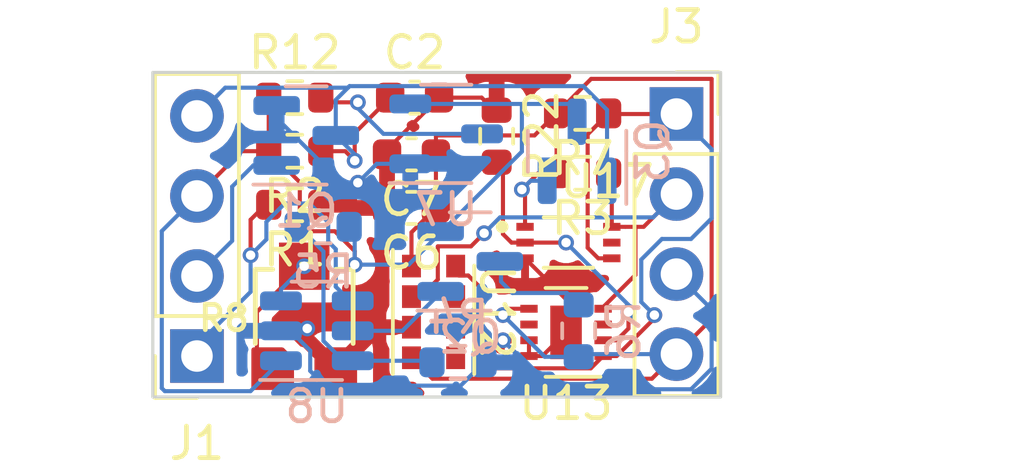
<source format=kicad_pcb>
(kicad_pcb (version 20221018) (generator pcbnew)
  (layers (0 "F.Cu" signal) (31 "B.Cu" signal) (34 "B.Paste" user) (35 "F.Paste" user) (36 "B.SilkS" user "B.Silkscreen") (37 "F.SilkS" user "F.Silkscreen") (38 "B.Mask" user) (39 "F.Mask" user) (44 "Edge.Cuts" user))
  (net 0 "")
  (net 1 "iout")
  (net 2 "GND")
  (net 3 "DRIVE")
  (net 4 "SDA-")
  (net 5 "SCL-")
  (net 6 "Net-(U8-EN{slash}ONE_SHOT)")
  (net 7 "+3.3V")
  (net 8 "Net-(Q2-G)")
  (net 9 "GPIO_GND")
  (net 10 "GPIO")
  (net 11 "Net-(Q2-D)")
  (net 12 "DONE")
  (net 13 "Net-(U13-ADDR)")
  (net 15 "Net-(U12-LDR)")
  (net 19 "Net-(U8-DELAY{slash}M_DRV)")
  (footprint "Capacitor_SMD:C_0603_1608Metric" (layer "F.Cu") (at 164.1 90)
    (fp_text reference "C2" (at 0 -1.43) (layer "F.SilkS"))
    (fp_text value "C")
    (fp_line (start -0.14058 -0.51) (end 0.14058 -0.51) (stroke (width 0.12)) (layer "F.SilkS"))
    (fp_line (start -0.14058 0.51) (end 0.14058 0.51) (stroke (width 0.12)) (layer "F.SilkS"))
    (pad "1" smd roundrect (at -0.775 0) (size 0.9 0.95) (layers "F.Cu" "F.Paste" "F.Mask") (net 9 "GPIO_GND"))
    (pad "2" smd roundrect (at 0.775 0) (size 0.9 0.95) (layers "F.Cu" "F.Paste" "F.Mask") (net 2 "GND"))
  )
  (footprint "Connector_PinSocket_2.54mm:PinSocket_1x04_P2.54mm_Vertical" (layer "F.Cu") (at 172.4 90.52)
    (fp_text reference "J3" (at 0 -2.77) (layer "F.SilkS"))
    (fp_text value "Conn_01x04_Pin")
    (fp_line (start -1.33 1.27) (end -1.33 8.95) (stroke (width 0.12)) (layer "F.SilkS"))
    (fp_line (start -1.33 1.27) (end 1.33 1.27) (stroke (width 0.12)) (layer "F.SilkS"))
    (fp_line (start -1.33 8.95) (end 1.33 8.95) (stroke (width 0.12)) (layer "F.SilkS"))
    (fp_line (start 0 -1.33) (end 1.33 -1.33) (stroke (width 0.12)) (layer "F.SilkS"))
    (fp_line (start 1.33 -1.33) (end 1.33 0) (stroke (width 0.12)) (layer "F.SilkS"))
    (fp_line (start 1.33 1.27) (end 1.33 8.95) (stroke (width 0.12)) (layer "F.SilkS"))
    (pad "1" thru_hole rect (at 0 0) (size 1.7 1.7) (drill 1) (layers "*.Cu" "*.Mask") (net 4 "SDA-"))
    (pad "2" thru_hole oval (at 0 2.54) (size 1.7 1.7) (drill 1) (layers "*.Cu" "*.Mask") (net 5 "SCL-"))
    (pad "3" thru_hole oval (at 0 5.08) (size 1.7 1.7) (drill 1) (layers "*.Cu" "*.Mask") (net 2 "GND"))
    (pad "4" thru_hole oval (at 0 7.62) (size 1.7 1.7) (drill 1) (layers "*.Cu" "*.Mask") (net 7 "+3.3V"))
  )
  (footprint "Resistor_SMD:R_0603_1608Metric" (layer "F.Cu") (at 160.3 93.4 180)
    (fp_text reference "R1" (at 0 -1.43) (layer "F.SilkS"))
    (fp_text value "R")
    (fp_line (start -0.237258 -0.5225) (end 0.237258 -0.5225) (stroke (width 0.12)) (layer "F.SilkS"))
    (fp_line (start -0.237258 0.5225) (end 0.237258 0.5225) (stroke (width 0.12)) (layer "F.SilkS"))
    (pad "1" smd roundrect (at -0.825 0 180) (size 0.8 0.95) (layers "F.Cu" "F.Paste" "F.Mask") (net 2 "GND"))
    (pad "2" smd roundrect (at 0.825 0 180) (size 0.8 0.95) (layers "F.Cu" "F.Paste" "F.Mask") (net 12 "DONE"))
  )
  (footprint "BH1750:XDCR_BH1750FVI-TR" (layer "F.Cu") (at 168.975 94.6)
    (fp_text reference "U17" (at 1.226565 -1.937485) (layer "F.SilkS") (effects (font (size 1.001283 1.001283))))
    (fp_text value "BH1750FVI-TR")
    (fp_line (start -0.78 0.8) (end 0.78 0.8) (stroke (width 0.127)) (layer "F.SilkS"))
    (fp_line (start 0.78 -0.8) (end -0.78 -0.8) (stroke (width 0.127)) (layer "F.SilkS"))
    (fp_circle (center -2.1 -0.5) (end -2 -0.5) (stroke (width 0.2)) (fill none) (layer "F.SilkS"))
    (pad "1" smd rect (at -1.375 -0.5) (size 0.55 0.25) (layers "F.Cu" "F.Paste" "F.Mask") (net 7 "+3.3V"))
    (pad "2" smd rect (at -1.375 0) (size 0.55 0.25) (layers "F.Cu" "F.Paste" "F.Mask") (net 13 "Net-(U13-ADDR)"))
    (pad "3" smd rect (at -1.375 0.5) (size 0.55 0.25) (layers "F.Cu" "F.Paste" "F.Mask") (net 2 "GND"))
    (pad "4" smd rect (at 1.375 0.5) (size 0.55 0.25) (layers "F.Cu" "F.Paste" "F.Mask") (net 4 "SDA-"))
    (pad "5" smd rect (at 1.375 0) (size 0.55 0.25) (layers "F.Cu" "F.Paste" "F.Mask"))
    (pad "6" smd rect (at 1.375 -0.5) (size 0.55 0.25) (layers "F.Cu" "F.Paste" "F.Mask") (net 5 "SCL-"))
  )
  (footprint "Resistor_SMD:R_0603_1608Metric" (layer "F.Cu") (at 166.7 91.225 -90)
    (fp_text reference "R22" (at 0 -1.43 90) (layer "F.SilkS"))
    (fp_text value "0K")
    (fp_line (start -0.237258 -0.5225) (end 0.237258 -0.5225) (stroke (width 0.12)) (layer "F.SilkS"))
    (fp_line (start -0.237258 0.5225) (end 0.237258 0.5225) (stroke (width 0.12)) (layer "F.SilkS"))
    (pad "1" smd roundrect (at -0.825 0 270) (size 0.8 0.95) (layers "F.Cu" "F.Paste" "F.Mask") (net 2 "GND"))
    (pad "2" smd roundrect (at 0.825 0 270) (size 0.8 0.95) (layers "F.Cu" "F.Paste" "F.Mask") (net 13 "Net-(U13-ADDR)"))
  )
  (footprint "Sensor_Humidity:Sensirion_DFN-8-1EP_2.5x2.5mm_P0.5mm_EP1.1x1.7mm" (layer "F.Cu") (at 168.9 97.45 180)
    (fp_text reference "U13" (at 0 -2.25) (layer "F.SilkS"))
    (fp_text value "SHT31-DIS")
    (fp_line (start -1.09 -1.41) (end 0.65 -1.41) (stroke (width 0.12)) (layer "F.SilkS"))
    (fp_line (start -0.65 1.41) (end 0.65 1.41) (stroke (width 0.12)) (layer "F.SilkS"))
    (pad "1" smd rect (at -1.175 -0.75 180) (size 0.55 0.25) (layers "F.Cu" "F.Paste" "F.Mask") (net 4 "SDA-"))
    (pad "2" smd rect (at -1.175 -0.25 180) (size 0.55 0.25) (layers "F.Cu" "F.Paste" "F.Mask") (net 13 "Net-(U13-ADDR)"))
    (pad "3" smd rect (at -1.175 0.25 180) (size 0.55 0.25) (layers "F.Cu" "F.Paste" "F.Mask"))
    (pad "4" smd rect (at -1.175 0.75) (size 0.55 0.25) (layers "F.Cu" "F.Paste" "F.Mask") (net 5 "SCL-"))
    (pad "5" smd rect (at 1.175 0.75 180) (size 0.55 0.25) (layers "F.Cu" "F.Paste" "F.Mask") (net 7 "+3.3V"))
    (pad "6" smd rect (at 1.175 0.25 180) (size 0.55 0.25) (layers "F.Cu" "F.Paste" "F.Mask"))
    (pad "7" smd rect (at 1.175 -0.25 180) (size 0.55 0.25) (layers "F.Cu" "F.Paste" "F.Mask") (net 2 "GND"))
    (pad "8" smd rect (at 1.175 -0.75 180) (size 0.55 0.25) (layers "F.Cu" "F.Paste" "F.Mask") (net 2 "GND"))
    (pad "9" smd custom (at 0 0 180) (size 1 1) (layers "F.Cu" "F.Mask") (net 2 "GND") (options (clearance outline) (anchor circle)) (primitives (gr_poly (pts (xy 0.5 0.85) (xy -0.5 0.85) (xy -0.5 -0.55) (xy -0.2 -0.85) (xy 0.5 -0.85)) (width 0) (fill yes))))
  )
  (footprint "EVM3ES:EMV3ESX50B12" (layer "F.Cu") (at 160.6 97)
    (fp_text reference "R8" (at -2.544275 0 180) (layer "F.SilkS") (effects (font (size 0.801346 0.801346))))
    (fp_text value "EVM3ESX50B12")
    (fp_line (start -1.55 -1.55) (end -1.55 0.8) (stroke (width 0.1524)) (layer "F.SilkS"))
    (fp_line (start -1 -1.55) (end -1.55 -1.55) (stroke (width 0.1524)) (layer "F.SilkS"))
    (fp_line (start 1 -1.55) (end 1.55 -1.55) (stroke (width 0.1524)) (layer "F.SilkS"))
    (fp_line (start 1.55 -1.55) (end 1.55 0.8) (stroke (width 0.1524)) (layer "F.SilkS"))
    (pad "1" smd custom (at -1 1.6) (size 0.8 0.8) (layers "F.Cu") (net 19 "Net-(U8-DELAY{slash}M_DRV)") (options (clearance outline) (anchor rect)) (primitives (gr_poly (pts (xy -0.6 -0.6) (xy 0.3 -0.6) (xy 0.6 -0.3) (xy 0.6 0.6) (xy -0.6 0.6)) (width 0.1524) (fill yes))))
    (pad "2" smd rect (at 0 -1.65) (size 1.6 1.5) (layers "F.Cu" "F.Paste" "F.Mask") (net 19 "Net-(U8-DELAY{slash}M_DRV)"))
    (pad "3" smd custom (at 1 1.6) (size 0.8 0.8) (layers "F.Cu") (net 2 "GND") (options (clearance outline) (anchor rect)) (primitives (gr_poly (pts (xy -0.6 -0.3) (xy -0.3 -0.6) (xy 0.6 -0.6) (xy 0.6 0.6) (xy -0.6 0.6)) (width 0.1524) (fill yes))))
  )
  (footprint "Capacitor_SMD:C_0603_1608Metric" (layer "F.Cu") (at 164 93.5 180)
    (fp_text reference "C6" (at 0 -1.43) (layer "F.SilkS"))
    (fp_text value "C")
    (fp_line (start -0.14058 -0.51) (end 0.14058 -0.51) (stroke (width 0.12)) (layer "F.SilkS"))
    (fp_line (start -0.14058 0.51) (end 0.14058 0.51) (stroke (width 0.12)) (layer "F.SilkS"))
    (pad "1" smd roundrect (at -0.775 0 180) (size 0.9 0.95) (layers "F.Cu" "F.Paste" "F.Mask") (net 7 "+3.3V"))
    (pad "2" smd roundrect (at 0.775 0 180) (size 0.9 0.95) (layers "F.Cu" "F.Paste" "F.Mask") (net 2 "GND"))
  )
  (footprint "Capacitor_SMD:C_0603_1608Metric" (layer "F.Cu") (at 164 91.8 180)
    (fp_text reference "C7" (at 0 -1.43) (layer "F.SilkS"))
    (fp_text value "C")
    (fp_line (start -0.14058 -0.51) (end 0.14058 -0.51) (stroke (width 0.12)) (layer "F.SilkS"))
    (fp_line (start -0.14058 0.51) (end 0.14058 0.51) (stroke (width 0.12)) (layer "F.SilkS"))
    (pad "1" smd roundrect (at -0.775 0 180) (size 0.9 0.95) (layers "F.Cu" "F.Paste" "F.Mask") (net 7 "+3.3V"))
    (pad "2" smd roundrect (at 0.775 0 180) (size 0.9 0.95) (layers "F.Cu" "F.Paste" "F.Mask") (net 2 "GND"))
  )
  (footprint "Sensor:Avago_APDS-9960" (layer "F.Cu") (at 164.7 96.8 -90)
    (fp_text reference "U12" (at 0 -2 -90 unlocked) (layer "F.SilkS"))
    (fp_text value "APDS-9960")
    (fp_line (start -1.97 1.29) (end 1.97 1.29) (stroke (width 0.12)) (layer "F.SilkS"))
    (fp_line (start 1.97 -1.29) (end -1.47 -1.29) (stroke (width 0.12)) (layer "F.SilkS"))
    (pad "1" smd rect (at -1.455 -0.7 270) (size 0.72 0.6) (layers "F.Cu" "F.Paste" "F.Mask") (net 4 "SDA-"))
    (pad "2" smd rect (at -0.485 -0.7 270) (size 0.72 0.6) (layers "F.Cu" "F.Paste" "F.Mask"))
    (pad "3" smd rect (at 0.485 -0.7 270) (size 0.72 0.6) (layers "F.Cu" "F.Paste" "F.Mask") (net 15 "Net-(U12-LDR)"))
    (pad "4" smd rect (at 1.455 -0.7 270) (size 0.72 0.6) (layers "F.Cu" "F.Paste" "F.Mask") (net 15 "Net-(U12-LDR)"))
    (pad "5" smd rect (at 1.455 0.7 270) (size 0.72 0.6) (layers "F.Cu" "F.Paste" "F.Mask") (net 7 "+3.3V"))
    (pad "6" smd rect (at 0.485 0.7 270) (size 0.72 0.6) (layers "F.Cu" "F.Paste" "F.Mask") (net 2 "GND"))
    (pad "7" smd rect (at -0.485 0.7 270) (size 0.72 0.6) (layers "F.Cu" "F.Paste" "F.Mask") (net 5 "SCL-"))
    (pad "8" smd rect (at -1.455 0.7 270) (size 0.72 0.6) (layers "F.Cu" "F.Paste" "F.Mask") (net 7 "+3.3V"))
  )
  (footprint "Resistor_SMD:R_0603_1608Metric" (layer "F.Cu") (at 169.425 90.5 180)
    (fp_text reference "R7" (at 0 -1.43) (layer "F.SilkS"))
    (fp_text value "R")
    (fp_line (start -0.237258 -0.5225) (end 0.237258 -0.5225) (stroke (width 0.12)) (layer "F.SilkS"))
    (fp_line (start -0.237258 0.5225) (end 0.237258 0.5225) (stroke (width 0.12)) (layer "F.SilkS"))
    (pad "1" smd roundrect (at -0.825 0 180) (size 0.8 0.95) (layers "F.Cu" "F.Paste" "F.Mask") (net 4 "SDA-"))
    (pad "2" smd roundrect (at 0.825 0 180) (size 0.8 0.95) (layers "F.Cu" "F.Paste" "F.Mask") (net 7 "+3.3V"))
  )
  (footprint "Resistor_SMD:R_0603_1608Metric" (layer "F.Cu") (at 160.3 91.7 180)
    (fp_text reference "R2" (at 0 -1.43) (layer "F.SilkS"))
    (fp_text value "R")
    (fp_line (start -0.237258 -0.5225) (end 0.237258 -0.5225) (stroke (width 0.12)) (layer "F.SilkS"))
    (fp_line (start -0.237258 0.5225) (end 0.237258 0.5225) (stroke (width 0.12)) (layer "F.SilkS"))
    (pad "1" smd roundrect (at -0.825 0 180) (size 0.8 0.95) (layers "F.Cu" "F.Paste" "F.Mask") (net 9 "GPIO_GND"))
    (pad "2" smd roundrect (at 0.825 0 180) (size 0.8 0.95) (layers "F.Cu" "F.Paste" "F.Mask") (net 10 "GPIO"))
  )
  (footprint "Resistor_SMD:R_0603_1608Metric" (layer "F.Cu") (at 169.425 92.4 180)
    (fp_text reference "R3" (at 0 -1.43) (layer "F.SilkS"))
    (fp_text value "R")
    (fp_line (start -0.237258 -0.5225) (end 0.237258 -0.5225) (stroke (width 0.12)) (layer "F.SilkS"))
    (fp_line (start -0.237258 0.5225) (end 0.237258 0.5225) (stroke (width 0.12)) (layer "F.SilkS"))
    (pad "1" smd roundrect (at -0.825 0 180) (size 0.8 0.95) (layers "F.Cu" "F.Paste" "F.Mask") (net 5 "SCL-"))
    (pad "2" smd roundrect (at 0.825 0 180) (size 0.8 0.95) (layers "F.Cu" "F.Paste" "F.Mask") (net 7 "+3.3V"))
  )
  (footprint "Connector_PinSocket_2.54mm:PinSocket_1x04_P2.54mm_Vertical" (layer "F.Cu") (at 157.2 98.2 180)
    (fp_text reference "J1" (at 0 -2.77) (layer "F.SilkS"))
    (fp_text value "Conn_01x04_Pin")
    (fp_line (start -1.33 1.27) (end -1.33 8.95) (stroke (width 0.12)) (layer "F.SilkS"))
    (fp_line (start -1.33 1.27) (end 1.33 1.27) (stroke (width 0.12)) (layer "F.SilkS"))
    (fp_line (start -1.33 8.95) (end 1.33 8.95) (stroke (width 0.12)) (layer "F.SilkS"))
    (fp_line (start 0 -1.33) (end 1.33 -1.33) (stroke (width 0.12)) (layer "F.SilkS"))
    (fp_line (start 1.33 -1.33) (end 1.33 0) (stroke (width 0.12)) (layer "F.SilkS"))
    (fp_line (start 1.33 1.27) (end 1.33 8.95) (stroke (width 0.12)) (layer "F.SilkS"))
    (pad "1" thru_hole rect (at 0 0 180) (size 1.7 1.7) (drill 1) (layers "*.Cu" "*.Mask") (net 12 "DONE"))
    (pad "2" thru_hole oval (at 0 2.54 180) (size 1.7 1.7) (drill 1) (layers "*.Cu" "*.Mask") (net 3 "DRIVE"))
    (pad "3" thru_hole oval (at 0 5.08 180) (size 1.7 1.7) (drill 1) (layers "*.Cu" "*.Mask") (net 10 "GPIO"))
    (pad "4" thru_hole oval (at 0 7.62 180) (size 1.7 1.7) (drill 1) (layers "*.Cu" "*.Mask") (net 9 "GPIO_GND"))
  )
  (footprint "Resistor_SMD:R_0603_1608Metric" (layer "F.Cu") (at 160.3 90)
    (fp_text reference "R12" (at 0 -1.43) (layer "F.SilkS"))
    (fp_text value "0K")
    (fp_line (start -0.237258 -0.5225) (end 0.237258 -0.5225) (stroke (width 0.12)) (layer "F.SilkS"))
    (fp_line (start -0.237258 0.5225) (end 0.237258 0.5225) (stroke (width 0.12)) (layer "F.SilkS"))
    (pad "1" smd roundrect (at -0.825 0) (size 0.8 0.95) (layers "F.Cu" "F.Paste" "F.Mask") (net 10 "GPIO"))
    (pad "2" smd roundrect (at 0.825 0) (size 0.8 0.95) (layers "F.Cu" "F.Paste" "F.Mask") (net 1 "iout"))
  )
  (footprint "Package_TO_SOT_SMD:SOT-23" (layer "B.Cu") (at 160.6625 91.2)
    (fp_text reference "Q1" (at 0 2.4) (layer "B.SilkS") (effects (justify mirror)))
    (fp_text value "BC818")
    (fp_line (start 0 -1.56) (end -0.65 -1.56) (stroke (width 0.12)) (layer "B.SilkS"))
    (fp_line (start 0 -1.56) (end 0.65 -1.56) (stroke (width 0.12)) (layer "B.SilkS"))
    (fp_line (start 0 1.56) (end -1.675 1.56) (stroke (width 0.12)) (layer "B.SilkS"))
    (fp_line (start 0 1.56) (end 0.65 1.56) (stroke (width 0.12)) (layer "B.SilkS"))
    (pad "1" smd roundrect (at -0.9375 0.95) (size 1.475 0.6) (layers "B.Cu" "B.Paste" "B.Mask") (net 3 "DRIVE"))
    (pad "2" smd roundrect (at -0.9375 -0.95) (size 1.475 0.6) (layers "B.Cu" "B.Paste" "B.Mask") (net 2 "GND"))
    (pad "3" smd roundrect (at 0.9375 0) (size 1.475 0.6) (layers "B.Cu" "B.Paste" "B.Mask") (net 9 "GPIO_GND"))
  )
  (footprint "Package_TO_SOT_SMD:SOT-23" (layer "B.Cu") (at 165.8625 95.2)
    (fp_text reference "Q2" (at 0 2.4) (layer "B.SilkS") (effects (justify mirror)))
    (fp_text value "Si2371EDS")
    (fp_line (start 0 -1.56) (end -0.65 -1.56) (stroke (width 0.12)) (layer "B.SilkS"))
    (fp_line (start 0 -1.56) (end 0.65 -1.56) (stroke (width 0.12)) (layer "B.SilkS"))
    (fp_line (start 0 1.56) (end -1.675 1.56) (stroke (width 0.12)) (layer "B.SilkS"))
    (fp_line (start 0 1.56) (end 0.65 1.56) (stroke (width 0.12)) (layer "B.SilkS"))
    (pad "1" smd roundrect (at -0.9375 0.95) (size 1.475 0.6) (layers "B.Cu" "B.Paste" "B.Mask") (net 8 "Net-(Q2-G)"))
    (pad "2" smd roundrect (at -0.9375 -0.95) (size 1.475 0.6) (layers "B.Cu" "B.Paste" "B.Mask") (net 10 "GPIO"))
    (pad "3" smd roundrect (at 0.9375 0) (size 1.475 0.6) (layers "B.Cu" "B.Paste" "B.Mask") (net 11 "Net-(Q2-D)"))
  )
  (footprint "Package_TO_SOT_SMD:SOT-23-3" (layer "B.Cu") (at 165.1 91.15)
    (fp_text reference "U7" (at 0 2.4) (layer "B.SilkS") (effects (justify mirror)))
    (fp_text value "XC6206PxxxMR")
    (fp_line (start 0 -1.56) (end -0.8 -1.56) (stroke (width 0.12)) (layer "B.SilkS"))
    (fp_line (start 0 -1.56) (end 0.8 -1.56) (stroke (width 0.12)) (layer "B.SilkS"))
    (fp_line (start 0 1.56) (end -1.8 1.56) (stroke (width 0.12)) (layer "B.SilkS"))
    (fp_line (start 0 1.56) (end 0.8 1.56) (stroke (width 0.12)) (layer "B.SilkS"))
    (pad "1" smd roundrect (at -1.1375 0.95) (size 1.325 0.6) (layers "B.Cu" "B.Paste" "B.Mask") (net 2 "GND"))
    (pad "2" smd roundrect (at -1.1375 -0.95) (size 1.325 0.6) (layers "B.Cu" "B.Paste" "B.Mask") (net 10 "GPIO"))
    (pad "3" smd roundrect (at 1.1375 0) (size 1.325 0.6) (layers "B.Cu" "B.Paste" "B.Mask") (net 1 "iout"))
  )
  (footprint "Resistor_SMD:R_0603_1608Metric" (layer "B.Cu") (at 165.475 98.4 180)
    (fp_text reference "R4" (at 0 1.43) (layer "B.SilkS") (effects (justify mirror)))
    (fp_text value "R")
    (fp_line (start -0.237258 -0.5225) (end 0.237258 -0.5225) (stroke (width 0.12)) (layer "B.SilkS"))
    (fp_line (start -0.237258 0.5225) (end 0.237258 0.5225) (stroke (width 0.12)) (layer "B.SilkS"))
    (pad "1" smd roundrect (at -0.825 0 180) (size 0.8 0.95) (layers "B.Cu" "B.Paste" "B.Mask") (net 2 "GND"))
    (pad "2" smd roundrect (at 0.825 0 180) (size 0.8 0.95) (layers "B.Cu" "B.Paste" "B.Mask") (net 6 "Net-(U8-EN{slash}ONE_SHOT)"))
  )
  (footprint "Resistor_SMD:R_0603_1608Metric" (layer "B.Cu") (at 161.2 94.1)
    (fp_text reference "R5" (at 0 1.43) (layer "B.SilkS") (effects (justify mirror)))
    (fp_text value "R")
    (fp_line (start -0.237258 -0.5225) (end 0.237258 -0.5225) (stroke (width 0.12)) (layer "B.SilkS"))
    (fp_line (start -0.237258 0.5225) (end 0.237258 0.5225) (stroke (width 0.12)) (layer "B.SilkS"))
    (pad "1" smd roundrect (at -0.825 0) (size 0.8 0.95) (layers "B.Cu" "B.Paste" "B.Mask") (net 6 "Net-(U8-EN{slash}ONE_SHOT)"))
    (pad "2" smd roundrect (at 0.825 0) (size 0.8 0.95) (layers "B.Cu" "B.Paste" "B.Mask") (net 10 "GPIO"))
  )
  (footprint "Resistor_SMD:R_0603_1608Metric" (layer "B.Cu") (at 169.3 97.4 90)
    (fp_text reference "R6" (at 0 1.43 90) (layer "B.SilkS") (effects (justify mirror)))
    (fp_text value "0K")
    (fp_line (start -0.237258 -0.5225) (end 0.237258 -0.5225) (stroke (width 0.12)) (layer "B.SilkS"))
    (fp_line (start -0.237258 0.5225) (end 0.237258 0.5225) (stroke (width 0.12)) (layer "B.SilkS"))
    (pad "1" smd roundrect (at -0.825 0 90) (size 0.8 0.95) (layers "B.Cu" "B.Paste" "B.Mask") (net 7 "+3.3V"))
    (pad "2" smd roundrect (at 0.825 0 90) (size 0.8 0.95) (layers "B.Cu" "B.Paste" "B.Mask") (net 11 "Net-(Q2-D)"))
  )
  (footprint "Package_TO_SOT_SMD:SOT-23-6" (layer "B.Cu") (at 161 97.4)
    (fp_text reference "U8" (at 0 2.4) (layer "B.SilkS") (effects (justify mirror)))
    (fp_text value "TPL5110")
    (fp_line (start 0 -1.56) (end -0.8 -1.56) (stroke (width 0.12)) (layer "B.SilkS"))
    (fp_line (start 0 -1.56) (end 0.8 -1.56) (stroke (width 0.12)) (layer "B.SilkS"))
    (fp_line (start 0 1.56) (end -1.8 1.56) (stroke (width 0.12)) (layer "B.SilkS"))
    (fp_line (start 0 1.56) (end 0.8 1.56) (stroke (width 0.12)) (layer "B.SilkS"))
    (pad "1" smd roundrect (at -1.1375 0.95) (size 1.325 0.6) (layers "B.Cu" "B.Paste" "B.Mask") (net 10 "GPIO"))
    (pad "2" smd roundrect (at -1.1375 0) (size 1.325 0.6) (layers "B.Cu" "B.Paste" "B.Mask") (net 2 "GND"))
    (pad "3" smd roundrect (at -1.1375 -0.95) (size 1.325 0.6) (layers "B.Cu" "B.Paste" "B.Mask") (net 19 "Net-(U8-DELAY{slash}M_DRV)"))
    (pad "4" smd roundrect (at 1.1375 -0.95) (size 1.325 0.6) (layers "B.Cu" "B.Paste" "B.Mask") (net 12 "DONE"))
    (pad "5" smd roundrect (at 1.1375 0) (size 1.325 0.6) (layers "B.Cu" "B.Paste" "B.Mask") (net 8 "Net-(Q2-G)"))
    (pad "6" smd roundrect (at 1.1375 0.95) (size 1.325 0.6) (layers "B.Cu" "B.Paste" "B.Mask") (net 6 "Net-(U8-EN{slash}ONE_SHOT)"))
  )
  (footprint "Package_TO_SOT_SMD:SOT-23" (layer "B.Cu") (at 169.25 91.7 90)
    (fp_text reference "Q3" (at 0 2.4 90) (layer "B.SilkS") (effects (justify mirror)))
    (fp_text value "AO3400A")
    (fp_line (start 0 -1.56) (end -0.65 -1.56) (stroke (width 0.12)) (layer "B.SilkS"))
    (fp_line (start 0 -1.56) (end 0.65 -1.56) (stroke (width 0.12)) (layer "B.SilkS"))
    (fp_line (start 0 1.56) (end -1.675 1.56) (stroke (width 0.12)) (layer "B.SilkS"))
    (fp_line (start 0 1.56) (end 0.65 1.56) (stroke (width 0.12)) (layer "B.SilkS"))
    (pad "1" smd roundrect (at -0.9375 0.95 90) (size 1.475 0.6) (layers "B.Cu" "B.Paste" "B.Mask") (net 9 "GPIO_GND"))
    (pad "2" smd roundrect (at -0.9375 -0.95 90) (size 1.475 0.6) (layers "B.Cu" "B.Paste" "B.Mask") (net 7 "+3.3V"))
    (pad "3" smd roundrect (at 0.9375 0 90) (size 1.475 0.6) (layers "B.Cu" "B.Paste" "B.Mask") (net 10 "GPIO"))
  )
  (gr_rect (start 155.8 89.2) (end 173.8 99.5) (stroke (width 0.1)) (fill none) (layer "Edge.Cuts"))
  (segment (start 162.3 90.1495) (end 161.2745 90.1495) (width 0.13) (layer "F.Cu") (net 1))
  (segment (start 161.2745 90.1495) (end 161.125 90) (width 0.13) (layer "F.Cu") (net 1))
  (via (at 162.3 90.1495) (size 0.5) (drill 0.3) (layers "F.Cu" "B.Cu") (net 1))
  (segment (start 162.3 90.338101) (end 163.111899 91.15) (width 0.13) (layer "B.Cu") (net 1))
  (segment (start 163.111899 91.15) (end 166.675 91.15) (width 0.13) (layer "B.Cu") (net 1))
  (segment (start 162.3 90.1495) (end 162.3 90.338101) (width 0.13) (layer "B.Cu") (net 1))
  (segment (start 168.9 97.45) (end 168.15 98.2) (width 0.13) (layer "F.Cu") (net 2))
  (segment (start 167.725 98.2) (end 167.725 97.7) (width 0.13) (layer "F.Cu") (net 2))
  (segment (start 163.225 91.65) (end 164.875 90) (width 0.13) (layer "F.Cu") (net 2))
  (segment (start 168.15 98.2) (end 167.725 98.2) (width 0.13) (layer "F.Cu") (net 2))
  (segment (start 166.8 90.575) (end 166.225 90) (width 0.13) (layer "F.Cu") (net 2))
  (segment (start 163.225 91.8) (end 163.225 91.65) (width 0.13) (layer "F.Cu") (net 2))
  (segment (start 168.9 97.45) (end 168.9 96.4) (width 0.13) (layer "F.Cu") (net 2))
  (segment (start 166.225 90) (end 164.875 90) (width 0.13) (layer "F.Cu") (net 2))
  (segment (start 167.4 98.2) (end 166.9 97.7) (width 0.13) (layer "F.Cu") (net 2))
  (segment (start 167.725 98.2) (end 167.4 98.2) (width 0.13) (layer "F.Cu") (net 2))
  (segment (start 168.9 96.4) (end 167.6 95.1) (width 0.13) (layer "F.Cu") (net 2))
  (via (at 160.6955 97.326284) (size 0.5) (drill 0.3) (layers "F.Cu" "B.Cu") (net 2))
  (via (at 162.3 92.7) (size 0.5) (drill 0.3) (layers "F.Cu" "B.Cu") (net 2))
  (via (at 166.9 97.7) (size 0.5) (drill 0.3) (layers "F.Cu" "B.Cu") (net 2))
  (segment (start 172.861849 99.255) (end 168.455 99.255) (width 0.13) (layer "B.Cu") (net 2))
  (segment (start 160.79 98.028101) (end 160.161899 97.4) (width 0.13) (layer "B.Cu") (net 2))
  (segment (start 173.515 98.601849) (end 172.861849 99.255) (width 0.13) (layer "B.Cu") (net 2))
  (segment (start 161.258101 99.14) (end 160.79 98.671899) (width 0.13) (layer "B.Cu") (net 2))
  (segment (start 160.161899 97.4) (end 159.8625 97.4) (width 0.13) (layer "B.Cu") (net 2))
  (segment (start 159.725 90.649399) (end 159.725 90.25) (width 0.13) (layer "B.Cu") (net 2))
  (segment (start 162.3 92.7) (end 161.775601 92.7) (width 0.13) (layer "B.Cu") (net 2))
  (segment (start 172.4 95.6) (end 173.515 96.715) (width 0.13) (layer "B.Cu") (net 2))
  (segment (start 160.621784 97.4) (end 160.6955 97.326284) (width 0.13) (layer "B.Cu") (net 2))
  (segment (start 166.3 98.4) (end 165.56 99.14) (width 0.13) (layer "B.Cu") (net 2))
  (segment (start 162.3 92.7) (end 162.9 92.1) (width 0.13) (layer "B.Cu") (net 2))
  (segment (start 165.56 99.14) (end 161.258101 99.14) (width 0.13) (layer "B.Cu") (net 2))
  (segment (start 168.455 99.255) (end 166.9 97.7) (width 0.13) (layer "B.Cu") (net 2))
  (segment (start 173.515 96.715) (end 173.515 98.601849) (width 0.13) (layer "B.Cu") (net 2))
  (segment (start 161.775601 92.7) (end 159.725 90.649399) (width 0.13) (layer "B.Cu") (net 2))
  (segment (start 160.79 98.671899) (end 160.79 98.028101) (width 0.13) (layer "B.Cu") (net 2))
  (segment (start 162.9 92.1) (end 163.9625 92.1) (width 0.13) (layer "B.Cu") (net 2))
  (segment (start 159.8625 97.4) (end 160.621784 97.4) (width 0.13) (layer "B.Cu") (net 2))
  (segment (start 158.315 92.8225) (end 158.9875 92.15) (width 0.13) (layer "B.Cu") (net 3))
  (segment (start 157.2 95.66) (end 158.315 94.545) (width 0.13) (layer "B.Cu") (net 3))
  (segment (start 158.9875 92.15) (end 159.725 92.15) (width 0.13) (layer "B.Cu") (net 3))
  (segment (start 158.315 94.545) (end 158.315 92.8225) (width 0.13) (layer "B.Cu") (net 3))
  (segment (start 170.505 98.2) (end 170.075 98.2) (width 0.13) (layer "F.Cu") (net 4))
  (segment (start 166.2 96.045) (end 165.8 95.645) (width 0.13) (layer "F.Cu") (net 4))
  (segment (start 169.585 94.765) (end 169.92 95.1) (width 0.13) (layer "F.Cu") (net 4))
  (segment (start 169.92 95.1) (end 170.35 95.1) (width 0.13) (layer "F.Cu") (net 4))
  (segment (start 170.25 90.5) (end 170.27 90.52) (width 0.13) (layer "F.Cu") (net 4))
  (segment (start 170.25 90.5) (end 169.585 91.165) (width 0.13) (layer "F.Cu") (net 4))
  (segment (start 166.2 98.59) (end 166.2 96.045) (width 0.13) (layer "F.Cu") (net 4))
  (segment (start 169.585 91.165) (end 169.585 94.765) (width 0.13) (layer "F.Cu") (net 4))
  (segment (start 165.8 95.645) (end 165.5 95.645) (width 0.13) (layer "F.Cu") (net 4))
  (segment (start 171.7 96.9) (end 171.7 97.005) (width 0.13) (layer "F.Cu") (net 4))
  (segment (start 169.685 98.59) (end 166.2 98.59) (width 0.13) (layer "F.Cu") (net 4))
  (segment (start 170.075 98.2) (end 169.685 98.59) (width 0.13) (layer "F.Cu") (net 4))
  (segment (start 170.27 90.52) (end 172.4 90.52) (width 0.13) (layer "F.Cu") (net 4))
  (segment (start 171.7 97.005) (end 170.505 98.2) (width 0.13) (layer "F.Cu") (net 4))
  (via (at 171.7 96.9) (size 0.5) (drill 0.3) (layers "F.Cu" "B.Cu") (net 4))
  (segment (start 173.515 91.635) (end 172.4 90.52) (width 0.13) (layer "B.Cu") (net 4))
  (segment (start 173.515 93.831849) (end 173.515 91.635) (width 0.13) (layer "B.Cu") (net 4))
  (segment (start 171.285 95.138151) (end 171.938151 94.485) (width 0.13) (layer "B.Cu") (net 4))
  (segment (start 172.861849 94.485) (end 173.515 93.831849) (width 0.13) (layer "B.Cu") (net 4))
  (segment (start 171.285 96.485) (end 171.285 95.138151) (width 0.13) (layer "B.Cu") (net 4))
  (segment (start 171.7 96.9) (end 171.285 96.485) (width 0.13) (layer "B.Cu") (net 4))
  (segment (start 171.938151 94.485) (end 172.861849 94.485) (width 0.13) (layer "B.Cu") (net 4))
  (segment (start 171.1 95.625) (end 170.075 96.65) (width 0.13) (layer "F.Cu") (net 5))
  (segment (start 164.835 95.770902) (end 164.290902 96.315) (width 0.13) (layer "F.Cu") (net 5))
  (segment (start 164.290902 96.315) (end 164 96.315) (width 0.13) (layer "F.Cu") (net 5))
  (segment (start 172.4 93.06) (end 171.36 94.1) (width 0.13) (layer "F.Cu") (net 5))
  (segment (start 171.36 94.1) (end 170.78 94.1) (width 0.13) (layer "F.Cu") (net 5))
  (segment (start 170.35 92.5) (end 170.35 94.1) (width 0.13) (layer "F.Cu") (net 5))
  (segment (start 164.835 94.72) (end 164.835 95.770902) (width 0.13) (layer "F.Cu") (net 5))
  (segment (start 171.1 94.1) (end 171.1 95.625) (width 0.13) (layer "F.Cu") (net 5))
  (segment (start 165.885902 94.72) (end 164.835 94.72) (width 0.13) (layer "F.Cu") (net 5))
  (segment (start 166.302951 94.302951) (end 165.885902 94.72) (width 0.13) (layer "F.Cu") (net 5))
  (segment (start 170.25 92.4) (end 170.35 92.5) (width 0.13) (layer "F.Cu") (net 5))
  (segment (start 170.35 94.1) (end 170.78 94.1) (width 0.13) (layer "F.Cu") (net 5))
  (via (at 166.302951 94.302951) (size 0.5) (drill 0.3) (layers "F.Cu" "B.Cu") (net 5))
  (segment (start 171.66 93.8) (end 172.4 93.06) (width 0.13) (layer "B.Cu") (net 5))
  (segment (start 166.302951 94.302951) (end 166.805902 93.8) (width 0.13) (layer "B.Cu") (net 5))
  (segment (start 166.805902 93.8) (end 171.66 93.8) (width 0.13) (layer "B.Cu") (net 5))
  (segment (start 160.425701 94.1) (end 161.21 94.884299) (width 0.13) (layer "B.Cu") (net 6))
  (segment (start 161.838101 98.35) (end 162.1375 98.35) (width 0.13) (layer "B.Cu") (net 6))
  (segment (start 162.1375 98.35) (end 164.6 98.35) (width 0.13) (layer "B.Cu") (net 6))
  (segment (start 161.21 94.884299) (end 161.21 97.721899) (width 0.13) (layer "B.Cu") (net 6))
  (segment (start 160.375 94.1) (end 160.425701 94.1) (width 0.13) (layer "B.Cu") (net 6))
  (segment (start 161.21 97.721899) (end 161.838101 98.35) (width 0.13) (layer "B.Cu") (net 6))
  (segment (start 164.6 98.35) (end 164.65 98.4) (width 0.13) (layer "B.Cu") (net 6))
  (segment (start 167.6 92.816199) (end 167.6 94.1) (width 0.13) (layer "F.Cu") (net 7))
  (segment (start 167.1 96.7) (end 167.725 96.7) (width 0.13) (layer "F.Cu") (net 7))
  (segment (start 164.775 93.5) (end 164 94.275) (width 0.13) (layer "F.Cu") (net 7))
  (segment (start 166.9 96.9) (end 167.1 96.7) (width 0.13) (layer "F.Cu") (net 7))
  (segment (start 164.665 98.92) (end 164 98.255) (width 0.13) (layer "F.Cu") (net 7))
  (segment (start 172.4 98.14) (end 173.515 97.025) (width 0.13) (layer "F.Cu") (net 7))
  (segment (start 168.016199 92.4) (end 167.6 92.816199) (width 0.13) (layer "F.Cu") (net 7))
  (segment (start 172.4 98.14) (end 171.62 98.92) (width 0.13) (layer "F.Cu") (net 7))
  (segment (start 164.775 91.8) (end 164.775 93.5) (width 0.13) (layer "F.Cu") (net 7))
  (segment (start 168.6 92.4) (end 168.016199 92.4) (width 0.13) (layer "F.Cu") (net 7))
  (segment (start 173.515 89.405) (end 169.695 89.405) (width 0.13) (layer "F.Cu") (net 7))
  (segment (start 173.515 97.025) (end 173.515 89.405) (width 0.13) (layer "F.Cu") (net 7))
  (segment (start 169.695 89.405) (end 168.6 90.5) (width 0.13) (layer "F.Cu") (net 7))
  (segment (start 171.62 98.92) (end 164.665 98.92) (width 0.13) (layer "F.Cu") (net 7))
  (segment (start 168.6 92.4) (end 168.6 90.5) (width 0.13) (layer "F.Cu") (net 7))
  (segment (start 164 94.275) (end 164 95.345) (width 0.13) (layer "F.Cu") (net 7))
  (segment (start 167.9 91.2) (end 168.6 90.5) (width 0.13) (layer "F.Cu") (net 7))
  (segment (start 164.775 91.2) (end 167.9 91.2) (width 0.13) (layer "F.Cu") (net 7))
  (segment (start 164.775 91.8) (end 164.775 91.2) (width 0.13) (layer "F.Cu") (net 7))
  (via (at 167.500378 92.915821) (size 0.5) (drill 0.3) (layers "F.Cu" "B.Cu") (net 7))
  (via (at 166.9 96.9) (size 0.5) (drill 0.3) (layers "F.Cu" "B.Cu") (net 7))
  (segment (start 172.4 98.14) (end 169.385 98.14) (width 0.13) (layer "B.Cu") (net 7))
  (segment (start 167.500378 92.915821) (end 167.778699 92.6375) (width 0.13) (layer "B.Cu") (net 7))
  (segment (start 168.225 98.225) (end 169.3 98.225) (width 0.13) (layer "B.Cu") (net 7))
  (segment (start 166.9 96.9) (end 168.225 98.225) (width 0.13) (layer "B.Cu") (net 7))
  (segment (start 169.385 98.14) (end 169.3 98.225) (width 0.13) (layer "B.Cu") (net 7))
  (segment (start 167.778699 92.6375) (end 168.3 92.6375) (width 0.13) (layer "B.Cu") (net 7))
  (segment (start 163.7125 97.4) (end 162.1375 97.4) (width 0.13) (layer "B.Cu") (net 8))
  (segment (start 164.9625 96.15) (end 163.7125 97.4) (width 0.13) (layer "B.Cu") (net 8))
  (segment (start 162.2 91.125) (end 163.325 90) (width 0.13) (layer "F.Cu") (net 9))
  (segment (start 162.2 92) (end 162.2 91.125) (width 0.13) (layer "F.Cu") (net 9))
  (segment (start 162.2 92) (end 161.9 91.7) (width 0.13) (layer "F.Cu") (net 9))
  (segment (start 161.9 91.7) (end 161.125 91.7) (width 0.13) (layer "F.Cu") (net 9))
  (via (at 162.2 92) (size 0.5) (drill 0.3) (layers "F.Cu" "B.Cu") (net 9))
  (segment (start 169.446899 89.635) (end 162.03618 89.635) (width 0.13) (layer "B.Cu") (net 9))
  (segment (start 162.03618 89.635) (end 161.6 90.07118) (width 0.13) (layer "B.Cu") (net 9))
  (segment (start 170.2 90.388101) (end 169.446899 89.635) (width 0.13) (layer "B.Cu") (net 9))
  (segment (start 162.2 92) (end 162.2 91.8) (width 0.13) (layer "B.Cu") (net 9))
  (segment (start 158.095 89.685) (end 161.98618 89.685) (width 0.13) (layer "B.Cu") (net 9))
  (segment (start 162.2 91.8) (end 161.6 91.2) (width 0.13) (layer "B.Cu") (net 9))
  (segment (start 157.2 90.58) (end 158.095 89.685) (width 0.13) (layer "B.Cu") (net 9))
  (segment (start 170.2 92.6375) (end 170.2 90.388101) (width 0.13) (layer "B.Cu") (net 9))
  (segment (start 161.6 90.07118) (end 161.6 91.2) (width 0.13) (layer "B.Cu") (net 9))
  (segment (start 161.98618 89.685) (end 162.03618 89.635) (width 0.13) (layer "B.Cu") (net 9))
  (segment (start 157.2 90.58) (end 157.72 91.1) (width 0.13) (layer "B.Cu") (net 9))
  (segment (start 162.2 95.3) (end 162.2 94.87) (width 0.13) (layer "F.Cu") (net 10))
  (segment (start 160.46 92.685) (end 159.475 91.7) (width 0.13) (layer "F.Cu") (net 10))
  (segment (start 160.74 94.24) (end 160.46 93.96) (width 0.13) (layer "F.Cu") (net 10))
  (segment (start 160.46 93.96) (end 160.46 92.685) (width 0.13) (layer "F.Cu") (net 10))
  (segment (start 159.475 91.7) (end 159.475 90) (width 0.13) (layer "F.Cu") (net 10))
  (segment (start 158.62 91.7) (end 157.2 93.12) (width 0.13) (layer "F.Cu") (net 10))
  (segment (start 159.475 91.7) (end 158.62 91.7) (width 0.13) (layer "F.Cu") (net 10))
  (segment (start 162.2 94.87) (end 161.57 94.24) (width 0.13) (layer "F.Cu") (net 10))
  (segment (start 161.57 94.24) (end 160.74 94.24) (width 0.13) (layer "F.Cu") (net 10))
  (via (at 162.2 95.3) (size 0.5) (drill 0.3) (layers "F.Cu" "B.Cu") (net 10))
  (segment (start 169.35 90.525) (end 169.025 90.2) (width 0.13) (layer "B.Cu") (net 10))
  (segment (start 156.085 99.22) (end 156.085 94.235) (width 0.13) (layer "B.Cu") (net 10))
  (segment (start 159.8625 98.35) (end 158.8975 99.315) (width 0.13) (layer "B.Cu") (net 10))
  (segment (start 167.5 90.2) (end 164.4 90.2) (width 0.13) (layer "B.Cu") (net 10))
  (segment (start 158.8975 99.315) (end 156.18 99.315) (width 0.13) (layer "B.Cu") (net 10))
  (segment (start 162.2 95.3) (end 163.9125 95.3) (width 0.13) (layer "B.Cu") (net 10))
  (segment (start 162.2 94.275) (end 162.025 94.1) (width 0.13) (layer "B.Cu") (net 10))
  (segment (start 162.2 95.3) (end 162.2 94.275) (width 0.13) (layer "B.Cu") (net 10))
  (segment (start 163.9125 95.3) (end 167.5 91.7125) (width 0.13) (layer "B.Cu") (net 10))
  (segment (start 169.025 90.2) (end 167.5 90.2) (width 0.13) (layer "B.Cu") (net 10))
  (segment (start 156.085 94.235) (end 157.2 93.12) (width 0.13) (layer "B.Cu") (net 10))
  (segment (start 167.5 91.7125) (end 167.5 90.2) (width 0.13) (layer "B.Cu") (net 10))
  (segment (start 156.18 99.315) (end 156.085 99.22) (width 0.13) (layer "B.Cu") (net 10))
  (segment (start 167.2 96.2) (end 166.8375 95.8375) (width 0.13) (layer "B.Cu") (net 11))
  (segment (start 168.925 96.2) (end 167.2 96.2) (width 0.13) (layer "B.Cu") (net 11))
  (segment (start 169.3 96.575) (end 168.925 96.2) (width 0.13) (layer "B.Cu") (net 11))
  (segment (start 166.8375 95.8375) (end 166.8375 95.2) (width 0.13) (layer "B.Cu") (net 11))
  (segment (start 158.9 93.875) (end 159.475 93.3) (width 0.13) (layer "F.Cu") (net 12))
  (segment (start 158.9 95) (end 158.9 93.875) (width 0.13) (layer "F.Cu") (net 12))
  (via (at 158.9 95) (size 0.5) (drill 0.3) (layers "F.Cu" "B.Cu") (net 12))
  (segment (start 161.6 96) (end 162.05 96.45) (width 0.13) (layer "B.Cu") (net 12))
  (segment (start 158.9 95) (end 159.4 94.5) (width 0.13) (layer "B.Cu") (net 12))
  (segment (start 158.9 96.163101) (end 157.2 97.863101) (width 0.13) (layer "B.Cu") (net 12))
  (segment (start 161.36 93.952391) (end 161.36 94.567609) (width 0.13) (layer "B.Cu") (net 12))
  (segment (start 161.36 94.567609) (end 161.6 94.807609) (width 0.13) (layer "B.Cu") (net 12))
  (segment (start 159.982391 93.36) (end 160.767609 93.36) (width 0.13) (layer "B.Cu") (net 12))
  (segment (start 158.9 95) (end 158.9 96.163101) (width 0.13) (layer "B.Cu") (net 12))
  (segment (start 162.05 96.45) (end 162.1375 96.45) (width 0.13) (layer "B.Cu") (net 12))
  (segment (start 157.2 97.863101) (end 157.2 98.2) (width 0.13) (layer "B.Cu") (net 12))
  (segment (start 161.6 94.807609) (end 161.6 96) (width 0.13) (layer "B.Cu") (net 12))
  (segment (start 160.767609 93.36) (end 161.36 93.952391) (width 0.13) (layer "B.Cu") (net 12))
  (segment (start 159.4 94.5) (end 159.4 93.942391) (width 0.13) (layer "B.Cu") (net 12))
  (segment (start 159.4 93.942391) (end 159.982391 93.36) (width 0.13) (layer "B.Cu") (net 12))
  (segment (start 167.17 94.6) (end 167.6 94.6) (width 0.13) (layer "F.Cu") (net 13))
  (segment (start 170.879225 96.801318) (end 170.879225 97.325775) (width 0.13) (layer "F.Cu") (net 13))
  (segment (start 167.6 94.6) (end 168.9 94.6) (width 0.13) (layer "F.Cu") (net 13))
  (segment (start 166.8 92.225) (end 166.9 92.325) (width 0.13) (layer "F.Cu") (net 13))
  (segment (start 170.505 97.7) (end 170.075 97.7) (width 0.13) (layer "F.Cu") (net 13))
  (segment (start 166.9 94.33) (end 167.17 94.6) (width 0.13) (layer "F.Cu") (net 13))
  (segment (start 166.9 92.325) (end 166.9 94.33) (width 0.13) (layer "F.Cu") (net 13))
  (segment (start 170.879225 97.325775) (end 170.505 97.7) (width 0.13) (layer "F.Cu") (net 13))
  (via (at 170.879225 96.801318) (size 0.5) (drill 0.3) (layers "F.Cu" "B.Cu") (net 13))
  (via (at 168.9 94.6) (size 0.5) (drill 0.3) (layers "F.Cu" "B.Cu") (net 13))
  (segment (start 170.879225 96.801318) (end 170.879225 96.579225) (width 0.13) (layer "B.Cu") (net 13))
  (segment (start 170.879225 96.579225) (end 168.9 94.6) (width 0.13) (layer "B.Cu") (net 13))
  (segment (start 165.4 97.285) (end 165.4 98.255) (width 0.13) (layer "F.Cu") (net 15))
  (segment (start 159.1 96.8) (end 159.1 98.1) (width 0.13) (layer "F.Cu") (net 19))
  (segment (start 160.6 95.35) (end 160.55 95.35) (width 0.13) (layer "F.Cu") (net 19))
  (segment (start 160.55 95.35) (end 159.1 96.8) (width 0.13) (layer "F.Cu") (net 19))
  (segment (start 159.1 98.1) (end 159.6 98.6) (width 0.13) (layer "F.Cu") (net 19))
  (via (at 160.6 95.35) (size 0.5) (drill 0.3) (layers "F.Cu" "B.Cu") (net 19))
  (segment (start 159.8625 96.0875) (end 159.8625 96.45) (width 0.13) (layer "B.Cu") (net 19))
  (segment (start 160.6 95.35) (end 159.8625 96.0875) (width 0.13) (layer "B.Cu") (net 19))
  (zone (net 2) (net_name "GND") (layers "F&B.Cu") (connect_pads (clearance 0.4)) (min_thickness 0.25) (fill yes (thermal_gap 0.5) (thermal_bridge_width 0.5))
    (polygon (pts (xy 155.8 89.2) (xy 173.8 89.2) (xy 173.8 99.5) (xy 155.8 99.5)))
  )
)
</source>
